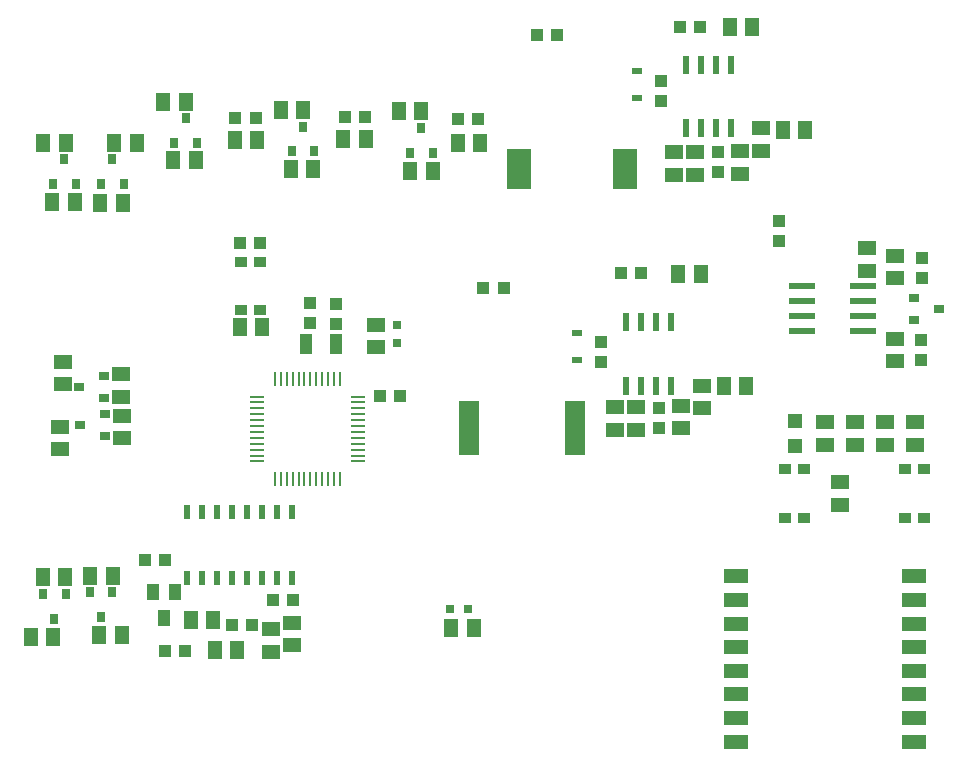
<source format=gbr>
G04 EAGLE Gerber RS-274X export*
G75*
%MOMM*%
%FSLAX34Y34*%
%LPD*%
%INSolderpaste Top*%
%IPPOS*%
%AMOC8*
5,1,8,0,0,1.08239X$1,22.5*%
G01*
%ADD10R,2.000000X1.200000*%
%ADD11R,1.500000X1.300000*%
%ADD12R,1.000000X0.900000*%
%ADD13R,1.200000X1.200000*%
%ADD14R,1.100000X1.000000*%
%ADD15R,1.300000X1.500000*%
%ADD16R,1.000000X1.100000*%
%ADD17R,0.254000X1.143000*%
%ADD18R,1.143000X0.254000*%
%ADD19R,0.800000X0.800000*%
%ADD20R,0.600000X1.200000*%
%ADD21R,2.209800X0.609600*%
%ADD22R,0.900000X0.800000*%
%ADD23R,1.000000X1.400000*%
%ADD24R,0.610000X1.600000*%
%ADD25R,1.000000X1.800000*%
%ADD26R,0.800000X0.900000*%
%ADD27R,0.830000X0.630000*%
%ADD28R,1.800000X4.600000*%
%ADD29R,2.000000X3.500000*%


D10*
X932250Y-4360D03*
X932250Y15640D03*
X932250Y35640D03*
X932250Y55640D03*
X932250Y75640D03*
X932250Y95640D03*
X932250Y115640D03*
X932250Y135640D03*
X782250Y135640D03*
X782250Y115640D03*
X782250Y95640D03*
X782250Y75640D03*
X782250Y55640D03*
X782250Y35640D03*
X782250Y15640D03*
X782250Y-4360D03*
D11*
X933450Y247040D03*
X933450Y266040D03*
X908050Y247040D03*
X908050Y266040D03*
X857250Y266040D03*
X857250Y247040D03*
X869950Y196240D03*
X869950Y215240D03*
D12*
X925450Y226240D03*
X941450Y226240D03*
X941450Y185240D03*
X925450Y185240D03*
X839850Y185240D03*
X823850Y185240D03*
X823850Y226240D03*
X839850Y226240D03*
D13*
X831850Y267040D03*
X831850Y246040D03*
D11*
X882650Y247040D03*
X882650Y266040D03*
D12*
X363213Y402042D03*
X379213Y402042D03*
X379213Y361042D03*
X363213Y361042D03*
D14*
X378824Y417504D03*
X361824Y417504D03*
X751564Y600537D03*
X734564Y600537D03*
D11*
X729452Y494732D03*
X729452Y475732D03*
X746953Y475777D03*
X746953Y494777D03*
D15*
X795796Y600982D03*
X776796Y600982D03*
D11*
X785724Y495309D03*
X785724Y476309D03*
X803061Y495779D03*
X803061Y514779D03*
D15*
X840484Y513590D03*
X821484Y513590D03*
D16*
X766830Y495090D03*
X766830Y478090D03*
D14*
X613462Y594087D03*
X630462Y594087D03*
D16*
X718600Y554827D03*
X718600Y537827D03*
D11*
X697394Y259684D03*
X697394Y278684D03*
D15*
X751978Y391837D03*
X732978Y391837D03*
D11*
X735409Y280129D03*
X735409Y261129D03*
X752780Y296818D03*
X752780Y277818D03*
D15*
X790804Y296733D03*
X771804Y296733D03*
D11*
X679535Y278852D03*
X679535Y259852D03*
D14*
X701459Y392729D03*
X684459Y392729D03*
D16*
X667326Y333708D03*
X667326Y316708D03*
X716476Y278241D03*
X716476Y261241D03*
D14*
X568171Y379408D03*
X585171Y379408D03*
D15*
X380934Y346584D03*
X361934Y346584D03*
D17*
X446600Y302850D03*
X441600Y302850D03*
X436600Y302850D03*
X431600Y302850D03*
X426600Y302850D03*
X421600Y302850D03*
X416600Y302850D03*
X411600Y302850D03*
X406600Y302850D03*
X401600Y302850D03*
X396600Y302850D03*
X391600Y302850D03*
D18*
X376600Y287850D03*
X376600Y282850D03*
X376600Y277850D03*
X376600Y272850D03*
X376600Y267850D03*
X376600Y262850D03*
X376600Y257850D03*
X376600Y252850D03*
X376600Y247850D03*
X376600Y242850D03*
X376600Y237850D03*
X376600Y232850D03*
D17*
X391600Y217850D03*
X396600Y217850D03*
X401600Y217850D03*
X406600Y217850D03*
X411600Y217850D03*
X416600Y217850D03*
X421600Y217850D03*
X426600Y217850D03*
X431600Y217850D03*
X436600Y217850D03*
X441600Y217850D03*
X446600Y217850D03*
D18*
X461600Y232850D03*
X461600Y237850D03*
X461600Y242850D03*
X461600Y247850D03*
X461600Y252850D03*
X461600Y257850D03*
X461600Y262850D03*
X461600Y267850D03*
X461600Y272850D03*
X461600Y277850D03*
X461600Y282850D03*
X461600Y287850D03*
D14*
X480410Y287865D03*
X497410Y287865D03*
D19*
X539870Y107950D03*
X554870Y107950D03*
X494993Y348455D03*
X494993Y333455D03*
D15*
X559967Y92135D03*
X540967Y92135D03*
D11*
X477114Y329444D03*
X477114Y348444D03*
D20*
X316918Y134023D03*
X329618Y134023D03*
X342318Y134023D03*
X355018Y134023D03*
X367718Y134023D03*
X380418Y134023D03*
X393118Y134023D03*
X405818Y134023D03*
X405818Y190023D03*
X393118Y190023D03*
X380418Y190023D03*
X367718Y190023D03*
X355018Y190023D03*
X342318Y190023D03*
X329618Y190023D03*
X316918Y190023D03*
D11*
X388399Y90818D03*
X388399Y71818D03*
X406370Y96306D03*
X406370Y77306D03*
D14*
X281514Y149508D03*
X298514Y149508D03*
X389691Y115384D03*
X406691Y115384D03*
X372459Y94130D03*
X355459Y94130D03*
X315663Y72150D03*
X298663Y72150D03*
D15*
X359467Y73313D03*
X340467Y73313D03*
X339118Y98523D03*
X320118Y98523D03*
D21*
X837438Y381000D03*
X837438Y368300D03*
X837438Y355600D03*
X837438Y342900D03*
X889762Y342900D03*
X889762Y355600D03*
X889762Y368300D03*
X889762Y381000D03*
D16*
X938707Y335376D03*
X938707Y318376D03*
X939049Y388357D03*
X939049Y405357D03*
X818139Y436744D03*
X818139Y419744D03*
D22*
X932813Y371622D03*
X932813Y352622D03*
X953813Y362122D03*
D23*
X297868Y100223D03*
X288368Y122223D03*
X307368Y122223D03*
D11*
X892553Y394474D03*
X892553Y413474D03*
X916450Y388134D03*
X916450Y407134D03*
X916760Y336678D03*
X916760Y317678D03*
D15*
X565517Y502320D03*
X546517Y502320D03*
X468383Y506060D03*
X449383Y506060D03*
X376390Y504611D03*
X357390Y504611D03*
D14*
X358143Y523839D03*
X375143Y523839D03*
X450690Y524660D03*
X467690Y524660D03*
X546626Y522424D03*
X563626Y522424D03*
D24*
X777426Y568881D03*
X777426Y514881D03*
X764726Y514881D03*
X739326Y568881D03*
X739326Y514881D03*
X764726Y568881D03*
X752026Y514881D03*
X752026Y568881D03*
X727038Y350566D03*
X727038Y296566D03*
X714338Y296566D03*
X688938Y350566D03*
X688938Y296566D03*
X714338Y350566D03*
X701638Y296566D03*
X701638Y350566D03*
D25*
X417949Y332453D03*
X442949Y332453D03*
D26*
X254000Y488520D03*
X263500Y467520D03*
X244500Y467520D03*
D16*
X443563Y366344D03*
X443563Y349344D03*
X421466Y367427D03*
X421466Y350427D03*
D26*
X213360Y488520D03*
X222860Y467520D03*
X203860Y467520D03*
D22*
X225722Y295949D03*
X246722Y305449D03*
X246722Y286449D03*
D26*
X244231Y100995D03*
X234731Y121995D03*
X253731Y121995D03*
X204956Y99576D03*
X195456Y120576D03*
X214456Y120576D03*
D22*
X226442Y263540D03*
X247442Y273040D03*
X247442Y254040D03*
D15*
X262813Y452048D03*
X243813Y452048D03*
X255626Y502810D03*
X274626Y502810D03*
X222235Y452552D03*
X203235Y452552D03*
D11*
X261156Y306508D03*
X261156Y287508D03*
D15*
X214508Y502878D03*
X195508Y502878D03*
D11*
X211774Y298340D03*
X211774Y317340D03*
D15*
X235178Y135677D03*
X254178Y135677D03*
X242945Y86166D03*
X261945Y86166D03*
X195067Y134925D03*
X214067Y134925D03*
X203822Y84379D03*
X184822Y84379D03*
D11*
X261851Y271515D03*
X261851Y252515D03*
X209490Y262197D03*
X209490Y243197D03*
D26*
X315993Y523484D03*
X325493Y502484D03*
X306493Y502484D03*
D15*
X324460Y487680D03*
X305460Y487680D03*
X316089Y537349D03*
X297089Y537349D03*
D26*
X415234Y516291D03*
X424734Y495291D03*
X405734Y495291D03*
D15*
X423867Y480642D03*
X404867Y480642D03*
X415742Y530733D03*
X396742Y530733D03*
D26*
X515685Y514781D03*
X525185Y493781D03*
X506185Y493781D03*
D15*
X525041Y478907D03*
X506041Y478907D03*
X515622Y529963D03*
X496622Y529963D03*
D27*
X647042Y319009D03*
X647042Y342009D03*
X698056Y540269D03*
X698056Y563269D03*
D28*
X645712Y260947D03*
X555712Y260947D03*
D29*
X688027Y480697D03*
X598027Y480697D03*
M02*

</source>
